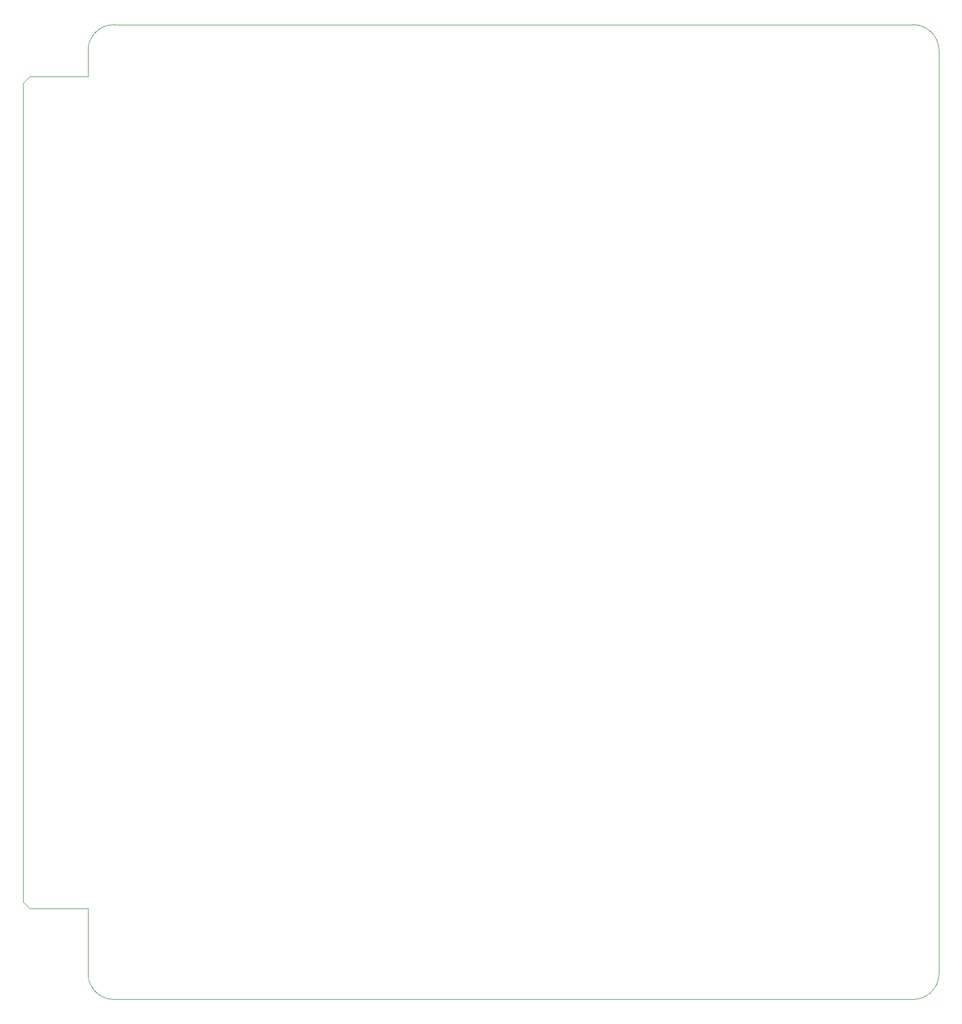
<source format=gbr>
G04 #@! TF.GenerationSoftware,KiCad,Pcbnew,8.0.7*
G04 #@! TF.CreationDate,2025-02-05T20:28:53-06:00*
G04 #@! TF.ProjectId,midiori,6d696469-6f72-4692-9e6b-696361645f70,rev?*
G04 #@! TF.SameCoordinates,Original*
G04 #@! TF.FileFunction,Profile,NP*
%FSLAX46Y46*%
G04 Gerber Fmt 4.6, Leading zero omitted, Abs format (unit mm)*
G04 Created by KiCad (PCBNEW 8.0.7) date 2025-02-05 20:28:53*
%MOMM*%
%LPD*%
G01*
G04 APERTURE LIST*
G04 #@! TA.AperFunction,Profile*
%ADD10C,0.050000*%
G04 #@! TD*
G04 APERTURE END LIST*
D10*
X58000000Y-189000000D02*
X181000000Y-189000000D01*
X44000000Y-174000000D02*
X44000000Y-48000000D01*
X45000000Y-175000000D02*
X44000000Y-174000000D01*
X54000000Y-175000000D02*
X54000000Y-185000000D01*
X54000000Y-43000000D02*
X54000000Y-47000000D01*
X185000000Y-185000000D02*
G75*
G02*
X181000000Y-189000000I-4000000J0D01*
G01*
X54000000Y-47000000D02*
X45000000Y-47000000D01*
X44000000Y-48000000D02*
X45000000Y-47000000D01*
X54000000Y-43000000D02*
G75*
G02*
X58000000Y-39000000I4000000J0D01*
G01*
X185000000Y-43000000D02*
X185000000Y-185000000D01*
X58000000Y-39000000D02*
X181000000Y-39000000D01*
X181000000Y-39000000D02*
G75*
G02*
X185000000Y-43000000I0J-4000000D01*
G01*
X58000000Y-189000000D02*
G75*
G02*
X54000000Y-185000000I0J4000000D01*
G01*
X45000000Y-175000000D02*
X54000000Y-175000000D01*
M02*

</source>
